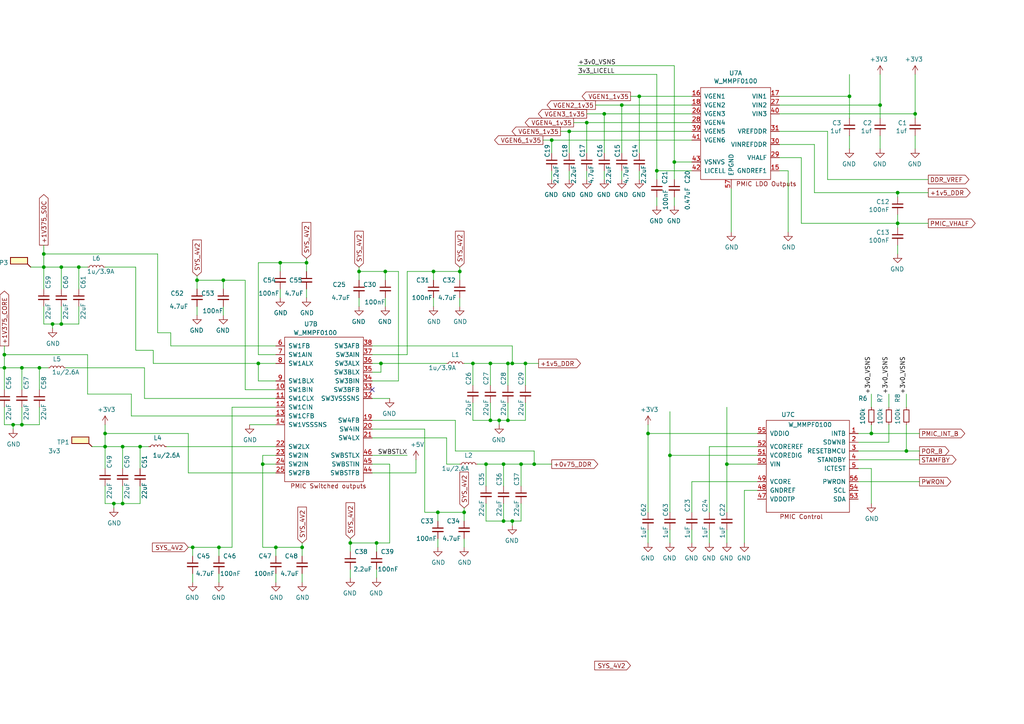
<source format=kicad_sch>
(kicad_sch (version 20211123) (generator eeschema)
  (paper "A4")
  (junction (at 185.42 27.94))
  (junction (at 55.88 158.75))
  (junction (at 187.96 125.73))
  (junction (at 190.5 49.53))
  (junction (at 30.48 129.54))
  (junction (at 104.14 78.74))
  (junction (at 88.9 76.2))
  (junction (at 125.73 78.74))
  (junction (at 194.31 132.08))
  (junction (at 142.24 105.41))
  (junction (at 57.15 81.28))
  (junction (at 265.43 33.02))
  (junction (at 175.26 33.02))
  (junction (at 30.48 125.73))
  (junction (at 35.56 146.05))
  (junction (at 419.1 123.19))
  (junction (at 40.64 129.54))
  (junction (at 63.5 158.75))
  (junction (at 142.24 121.92))
  (junction (at 33.02 146.05))
  (junction (at 22.86 77.47))
  (junction (at 15.24 93.98))
  (junction (at 17.78 77.47))
  (junction (at 165.1 38.1))
  (junction (at 137.16 105.41))
  (junction (at 133.35 78.74))
  (junction (at 110.49 105.41))
  (junction (at 246.38 27.94))
  (junction (at 411.48 123.19))
  (junction (at 101.6 157.48))
  (junction (at 1.27 102.87))
  (junction (at 127 148.59))
  (junction (at 12.7 73.66))
  (junction (at 260.35 64.77))
  (junction (at 74.93 105.41))
  (junction (at 6.35 106.68))
  (junction (at 151.13 134.62))
  (junction (at 80.01 158.75))
  (junction (at 76.2 134.62))
  (junction (at 148.59 105.41))
  (junction (at 152.4 105.41))
  (junction (at 374.65 123.19))
  (junction (at 252.73 125.73))
  (junction (at 144.78 121.92))
  (junction (at 1.27 106.68))
  (junction (at 210.82 134.62))
  (junction (at 140.97 134.62))
  (junction (at 146.05 151.13))
  (junction (at 262.89 130.81))
  (junction (at 11.43 106.68))
  (junction (at 180.34 30.48))
  (junction (at 111.76 78.74))
  (junction (at 12.7 77.47))
  (junction (at 134.62 148.59))
  (junction (at 6.35 123.19))
  (junction (at 64.77 81.28))
  (junction (at 35.56 129.54))
  (junction (at 17.78 93.98))
  (junction (at 81.28 76.2))
  (junction (at 154.94 134.62))
  (junction (at 427.99 123.19))
  (junction (at 255.27 30.48))
  (junction (at 367.03 123.19))
  (junction (at 260.35 55.88))
  (junction (at 109.22 157.48))
  (junction (at 148.59 151.13))
  (junction (at 146.05 134.62))
  (junction (at 87.63 158.75))
  (junction (at 3.81 123.19))
  (junction (at 147.32 105.41))
  (junction (at 147.32 121.92))
  (junction (at 170.18 35.56))
  (junction (at 195.58 46.99))
  (junction (at 160.02 40.64))
  (no_connect (at 107.95 113.03))
  (wire (pts (xy 74.93 102.87) (xy 74.93 76.2)))
  (wire (pts (xy 190.5 21.59) (xy 167.64 21.59)))
  (wire (pts (xy 123.19 124.46) (xy 123.19 148.59)))
  (wire (pts (xy 137.16 121.92) (xy 142.24 121.92)))
  (wire (pts (xy 88.9 76.2) (xy 81.28 76.2)))
  (wire (pts (xy 185.42 49.53) (xy 185.42 52.07)))
  (wire (pts (xy 22.86 93.98) (xy 17.78 93.98)))
  (wire (pts (xy 200.66 38.1) (xy 165.1 38.1)))
  (wire (pts (xy 127 148.59) (xy 127 151.13)))
  (wire (pts (xy 41.91 115.57) (xy 80.01 115.57)))
  (wire (pts (xy 219.71 132.08) (xy 194.31 132.08)))
  (wire (pts (xy 133.35 78.74) (xy 125.73 78.74)))
  (wire (pts (xy 137.16 111.76) (xy 137.16 105.41)))
  (wire (pts (xy 137.16 105.41) (xy 142.24 105.41)))
  (wire (pts (xy 80.01 158.75) (xy 80.01 161.29)))
  (wire (pts (xy 57.15 91.44) (xy 57.15 88.9)))
  (wire (pts (xy 226.06 41.91) (xy 236.22 41.91)))
  (wire (pts (xy 11.43 106.68) (xy 6.35 106.68)))
  (wire (pts (xy 80.01 132.08) (xy 76.2 132.08)))
  (wire (pts (xy 1.27 118.11) (xy 1.27 123.19)))
  (wire (pts (xy 76.2 132.08) (xy 76.2 134.62)))
  (wire (pts (xy 40.64 140.97) (xy 40.64 146.05)))
  (wire (pts (xy 228.6 49.53) (xy 228.6 67.31)))
  (wire (pts (xy 76.2 158.75) (xy 80.01 158.75)))
  (wire (pts (xy 248.92 139.7) (xy 266.7 139.7)))
  (wire (pts (xy 265.43 33.02) (xy 226.06 33.02)))
  (wire (pts (xy 187.96 123.19) (xy 187.96 125.73)))
  (wire (pts (xy 402.59 123.19) (xy 411.48 123.19)))
  (wire (pts (xy 35.56 140.97) (xy 35.56 146.05)))
  (wire (pts (xy 383.54 123.19) (xy 397.51 123.19)))
  (wire (pts (xy 200.66 46.99) (xy 195.58 46.99)))
  (wire (pts (xy 12.7 77.47) (xy 12.7 73.66)))
  (wire (pts (xy 172.72 30.48) (xy 180.34 30.48)))
  (wire (pts (xy 35.56 146.05) (xy 33.02 146.05)))
  (wire (pts (xy 255.27 30.48) (xy 255.27 21.59)))
  (wire (pts (xy 367.03 125.73) (xy 367.03 123.19)))
  (wire (pts (xy 260.35 55.88) (xy 269.24 55.88)))
  (wire (pts (xy 257.81 128.27) (xy 257.81 123.19)))
  (wire (pts (xy 107.95 102.87) (xy 118.11 102.87)))
  (wire (pts (xy 13.97 106.68) (xy 11.43 106.68)))
  (wire (pts (xy 252.73 125.73) (xy 252.73 123.19)))
  (wire (pts (xy 67.31 118.11) (xy 67.31 158.75)))
  (wire (pts (xy 107.95 110.49) (xy 115.57 110.49)))
  (wire (pts (xy 195.58 57.15) (xy 195.58 59.69)))
  (wire (pts (xy 170.18 35.56) (xy 166.37 35.56)))
  (wire (pts (xy 113.03 157.48) (xy 109.22 157.48)))
  (wire (pts (xy 170.18 35.56) (xy 170.18 44.45)))
  (wire (pts (xy 248.92 130.81) (xy 262.89 130.81)))
  (wire (pts (xy 187.96 125.73) (xy 187.96 148.59)))
  (wire (pts (xy 6.35 106.68) (xy 1.27 106.68)))
  (wire (pts (xy 134.62 151.13) (xy 134.62 148.59)))
  (wire (pts (xy 80.01 137.16) (xy 54.61 137.16)))
  (wire (pts (xy 12.7 83.82) (xy 12.7 77.47)))
  (wire (pts (xy 107.95 115.57) (xy 113.03 115.57)))
  (wire (pts (xy 125.73 78.74) (xy 125.73 81.28)))
  (wire (pts (xy 260.35 66.04) (xy 260.35 64.77)))
  (wire (pts (xy 57.15 83.82) (xy 57.15 81.28)))
  (wire (pts (xy 147.32 116.84) (xy 147.32 121.92)))
  (wire (pts (xy 151.13 140.97) (xy 151.13 134.62)))
  (wire (pts (xy 255.27 43.18) (xy 255.27 39.37)))
  (wire (pts (xy 40.64 129.54) (xy 35.56 129.54)))
  (wire (pts (xy 367.03 123.19) (xy 365.76 123.19)))
  (wire (pts (xy 87.63 168.91) (xy 87.63 166.37)))
  (wire (pts (xy 104.14 78.74) (xy 111.76 78.74)))
  (wire (pts (xy 115.57 78.74) (xy 115.57 110.49)))
  (wire (pts (xy 248.92 133.35) (xy 266.7 133.35)))
  (wire (pts (xy 148.59 105.41) (xy 152.4 105.41)))
  (wire (pts (xy 17.78 83.82) (xy 17.78 77.47)))
  (wire (pts (xy 160.02 40.64) (xy 160.02 44.45)))
  (wire (pts (xy 120.65 137.16) (xy 120.65 133.35)))
  (wire (pts (xy 55.88 161.29) (xy 55.88 158.75)))
  (wire (pts (xy 269.24 52.07) (xy 240.03 52.07)))
  (wire (pts (xy 64.77 81.28) (xy 64.77 83.82)))
  (wire (pts (xy 170.18 49.53) (xy 170.18 52.07)))
  (wire (pts (xy 144.78 121.92) (xy 147.32 121.92)))
  (wire (pts (xy 265.43 43.18) (xy 265.43 39.37)))
  (wire (pts (xy 187.96 157.48) (xy 187.96 153.67)))
  (wire (pts (xy 6.35 113.03) (xy 6.35 106.68)))
  (wire (pts (xy 1.27 106.68) (xy 1.27 102.87)))
  (wire (pts (xy 152.4 111.76) (xy 152.4 105.41)))
  (wire (pts (xy 64.77 81.28) (xy 71.12 81.28)))
  (wire (pts (xy 255.27 34.29) (xy 255.27 30.48)))
  (wire (pts (xy 260.35 64.77) (xy 232.41 64.77)))
  (wire (pts (xy 262.89 130.81) (xy 262.89 123.19)))
  (wire (pts (xy 252.73 135.89) (xy 252.73 146.05)))
  (wire (pts (xy 148.59 151.13) (xy 151.13 151.13)))
  (wire (pts (xy 1.27 102.87) (xy 1.27 100.33)))
  (wire (pts (xy 39.37 101.6) (xy 39.37 77.47)))
  (wire (pts (xy 38.1 120.65) (xy 38.1 114.3)))
  (wire (pts (xy 419.1 123.19) (xy 419.1 125.73)))
  (wire (pts (xy 248.92 128.27) (xy 257.81 128.27)))
  (wire (pts (xy 226.06 38.1) (xy 240.03 38.1)))
  (wire (pts (xy 236.22 41.91) (xy 236.22 55.88)))
  (wire (pts (xy 101.6 160.02) (xy 101.6 157.48)))
  (wire (pts (xy 200.66 30.48) (xy 180.34 30.48)))
  (wire (pts (xy 210.82 157.48) (xy 210.82 153.67)))
  (wire (pts (xy 142.24 111.76) (xy 142.24 105.41)))
  (wire (pts (xy 55.88 168.91) (xy 55.88 166.37)))
  (wire (pts (xy 11.43 113.03) (xy 11.43 106.68)))
  (wire (pts (xy 87.63 161.29) (xy 87.63 158.75)))
  (wire (pts (xy 12.7 88.9) (xy 12.7 93.98)))
  (wire (pts (xy 71.12 113.03) (xy 71.12 81.28)))
  (wire (pts (xy 57.15 81.28) (xy 64.77 81.28)))
  (wire (pts (xy 147.32 111.76) (xy 147.32 105.41)))
  (wire (pts (xy 25.4 114.3) (xy 25.4 102.87)))
  (wire (pts (xy 226.06 49.53) (xy 228.6 49.53)))
  (wire (pts (xy 165.1 44.45) (xy 165.1 38.1)))
  (wire (pts (xy 147.32 105.41) (xy 148.59 105.41)))
  (wire (pts (xy 88.9 76.2) (xy 88.9 74.93)))
  (wire (pts (xy 146.05 140.97) (xy 146.05 134.62)))
  (wire (pts (xy 25.4 77.47) (xy 22.86 77.47)))
  (wire (pts (xy 160.02 49.53) (xy 160.02 52.07)))
  (wire (pts (xy 104.14 78.74) (xy 104.14 77.47)))
  (wire (pts (xy 54.61 137.16) (xy 54.61 125.73)))
  (wire (pts (xy 1.27 113.03) (xy 1.27 106.68)))
  (wire (pts (xy 200.66 49.53) (xy 190.5 49.53)))
  (wire (pts (xy 12.7 77.47) (xy 8.89 77.47)))
  (wire (pts (xy 43.18 129.54) (xy 40.64 129.54)))
  (wire (pts (xy 40.64 146.05) (xy 35.56 146.05)))
  (wire (pts (xy 367.03 133.35) (xy 367.03 130.81)))
  (wire (pts (xy 44.45 101.6) (xy 39.37 101.6)))
  (wire (pts (xy 175.26 33.02) (xy 170.18 33.02)))
  (wire (pts (xy 87.63 158.75) (xy 80.01 158.75)))
  (wire (pts (xy 190.5 52.07) (xy 190.5 49.53)))
  (wire (pts (xy 200.66 35.56) (xy 170.18 35.56)))
  (wire (pts (xy 219.71 125.73) (xy 187.96 125.73)))
  (wire (pts (xy 74.93 110.49) (xy 80.01 110.49)))
  (wire (pts (xy 49.53 100.33) (xy 49.53 96.52)))
  (wire (pts (xy 19.05 106.68) (xy 41.91 106.68)))
  (wire (pts (xy 80.01 123.19) (xy 72.39 123.19)))
  (wire (pts (xy 133.35 88.9) (xy 133.35 86.36)))
  (wire (pts (xy 378.46 123.19) (xy 374.65 123.19)))
  (wire (pts (xy 148.59 100.33) (xy 148.59 105.41)))
  (wire (pts (xy 22.86 77.47) (xy 17.78 77.47)))
  (wire (pts (xy 411.48 123.19) (xy 419.1 123.19)))
  (wire (pts (xy 81.28 76.2) (xy 81.28 78.74)))
  (wire (pts (xy 185.42 27.94) (xy 182.88 27.94)))
  (wire (pts (xy 165.1 38.1) (xy 162.56 38.1)))
  (wire (pts (xy 219.71 139.7) (xy 200.66 139.7)))
  (wire (pts (xy 262.89 118.11) (xy 262.89 114.3)))
  (wire (pts (xy 180.34 49.53) (xy 180.34 52.07)))
  (wire (pts (xy 44.45 105.41) (xy 74.93 105.41)))
  (wire (pts (xy 252.73 118.11) (xy 252.73 114.3)))
  (wire (pts (xy 219.71 134.62) (xy 210.82 134.62)))
  (wire (pts (xy 25.4 114.3) (xy 38.1 114.3)))
  (wire (pts (xy 111.76 78.74) (xy 115.57 78.74)))
  (wire (pts (xy 17.78 77.47) (xy 12.7 77.47)))
  (wire (pts (xy 146.05 146.05) (xy 146.05 151.13)))
  (wire (pts (xy 101.6 157.48) (xy 101.6 156.21)))
  (wire (pts (xy 3.81 123.19) (xy 3.81 124.46)))
  (wire (pts (xy 33.02 146.05) (xy 30.48 146.05)))
  (wire (pts (xy 260.35 57.15) (xy 260.35 55.88)))
  (wire (pts (xy 88.9 78.74) (xy 88.9 76.2)))
  (wire (pts (xy 210.82 134.62) (xy 210.82 118.11)))
  (wire (pts (xy 142.24 105.41) (xy 147.32 105.41)))
  (wire (pts (xy 265.43 33.02) (xy 265.43 21.59)))
  (wire (pts (xy 63.5 158.75) (xy 63.5 161.29)))
  (wire (pts (xy 175.26 49.53) (xy 175.26 52.07)))
  (wire (pts (xy 137.16 116.84) (xy 137.16 121.92)))
  (wire (pts (xy 17.78 88.9) (xy 17.78 93.98)))
  (wire (pts (xy 133.35 78.74) (xy 133.35 77.47)))
  (wire (pts (xy 200.66 157.48) (xy 200.66 153.67)))
  (wire (pts (xy 152.4 121.92) (xy 152.4 116.84)))
  (wire (pts (xy 419.1 133.35) (xy 419.1 130.81)))
  (wire (pts (xy 200.66 148.59) (xy 200.66 139.7)))
  (wire (pts (xy 195.58 19.05) (xy 167.64 19.05)))
  (wire (pts (xy 48.26 129.54) (xy 80.01 129.54)))
  (wire (pts (xy 38.1 120.65) (xy 80.01 120.65)))
  (wire (pts (xy 246.38 27.94) (xy 246.38 21.59)))
  (wire (pts (xy 1.27 106.68) (xy -2.54 106.68)))
  (wire (pts (xy 6.35 123.19) (xy 3.81 123.19)))
  (wire (pts (xy 127 158.75) (xy 127 156.21)))
  (wire (pts (xy 111.76 88.9) (xy 111.76 86.36)))
  (wire (pts (xy 80.01 113.03) (xy 71.12 113.03)))
  (wire (pts (xy 107.95 100.33) (xy 148.59 100.33)))
  (wire (pts (xy 419.1 123.19) (xy 427.99 123.19)))
  (wire (pts (xy 195.58 52.07) (xy 195.58 46.99)))
  (wire (pts (xy 185.42 27.94) (xy 185.42 44.45)))
  (wire (pts (xy 12.7 73.66) (xy 12.7 71.12)))
  (wire (pts (xy 76.2 134.62) (xy 76.2 158.75)))
  (wire (pts (xy 134.62 158.75) (xy 134.62 156.21)))
  (wire (pts (xy 132.08 121.92) (xy 132.08 130.81)))
  (wire (pts (xy 194.31 119.38) (xy 194.31 132.08)))
  (wire (pts (xy 146.05 134.62) (xy 151.13 134.62)))
  (wire (pts (xy 194.31 132.08) (xy 194.31 148.59)))
  (wire (pts (xy 200.66 27.94) (xy 185.42 27.94)))
  (wire (pts (xy 30.48 125.73) (xy 30.48 123.19)))
  (wire (pts (xy 107.95 124.46) (xy 123.19 124.46)))
  (wire (pts (xy 74.93 105.41) (xy 74.93 110.49)))
  (wire (pts (xy 154.94 134.62) (xy 160.02 134.62)))
  (wire (pts (xy 30.48 129.54) (xy 26.67 129.54)))
  (wire (pts (xy 3.81 123.19) (xy 1.27 123.19)))
  (wire (pts (xy 22.86 88.9) (xy 22.86 93.98)))
  (wire (pts (xy 210.82 148.59) (xy 210.82 134.62)))
  (wire (pts (xy 80.01 168.91) (xy 80.01 166.37)))
  (wire (pts (xy 35.56 135.89) (xy 35.56 129.54)))
  (wire (pts (xy 81.28 86.36) (xy 81.28 83.82)))
  (wire (pts (xy 63.5 168.91) (xy 63.5 166.37)))
  (wire (pts (xy 257.81 118.11) (xy 257.81 114.3)))
  (wire (pts (xy 110.49 105.41) (xy 129.54 105.41)))
  (wire (pts (xy 15.24 93.98) (xy 12.7 93.98)))
  (wire (pts (xy 246.38 43.18) (xy 246.38 39.37)))
  (wire (pts (xy 248.92 125.73) (xy 252.73 125.73)))
  (wire (pts (xy 76.2 134.62) (xy 80.01 134.62)))
  (wire (pts (xy 101.6 167.64) (xy 101.6 165.1)))
  (wire (pts (xy 146.05 151.13) (xy 148.59 151.13)))
  (wire (pts (xy 140.97 134.62) (xy 146.05 134.62)))
  (wire (pts (xy 45.72 96.52) (xy 45.72 73.66)))
  (wire (pts (xy 151.13 134.62) (xy 154.94 134.62)))
  (wire (pts (xy 101.6 157.48) (xy 109.22 157.48)))
  (wire (pts (xy 57.15 81.28) (xy 57.15 80.01)))
  (wire (pts (xy 154.94 130.81) (xy 154.94 134.62)))
  (wire (pts (xy 80.01 118.11) (xy 67.31 118.11)))
  (wire (pts (xy 80.01 100.33) (xy 49.53 100.33)))
  (wire (pts (xy 30.48 125.73) (xy 54.61 125.73)))
  (wire (pts (xy 265.43 34.29) (xy 265.43 33.02)))
  (wire (pts (xy 123.19 148.59) (xy 127 148.59)))
  (wire (pts (xy 134.62 148.59) (xy 127 148.59)))
  (wire (pts (xy 88.9 86.36) (xy 88.9 83.82)))
  (wire (pts (xy 165.1 49.53) (xy 165.1 52.07)))
  (wire (pts (xy 133.35 81.28) (xy 133.35 78.74)))
  (wire (pts (xy 80.01 102.87) (xy 74.93 102.87)))
  (wire (pts (xy 44.45 101.6) (xy 44.45 105.41)))
  (wire (pts (xy 110.49 107.95) (xy 110.49 105.41)))
  (wire (pts (xy 107.95 107.95) (xy 110.49 107.95)))
  (wire (pts (xy 374.65 123.19) (xy 374.65 125.73)))
  (wire (pts (xy 40.64 135.89) (xy 40.64 129.54)))
  (wire (pts (xy 205.74 129.54) (xy 205.74 148.59)))
  (wire (pts (xy 129.54 134.62) (xy 133.35 134.62)))
  (wire (pts (xy 200.66 40.64) (xy 160.02 40.64)))
  (wire (pts (xy 107.95 121.92) (xy 132.08 121.92)))
  (wire (pts (xy 107.95 134.62) (xy 113.03 134.62)))
  (wire (pts (xy 132.08 130.81) (xy 154.94 130.81)))
  (wire (pts (xy 142.24 121.92) (xy 144.78 121.92)))
  (wire (pts (xy 6.35 118.11) (xy 6.35 123.19)))
  (wire (pts (xy 55.88 158.75) (xy 54.61 158.75)))
  (wire (pts (xy 260.35 71.12) (xy 260.35 73.66)))
  (wire (pts (xy 431.8 123.19) (xy 431.8 120.65)))
  (wire (pts (xy 15.24 93.98) (xy 15.24 95.25)))
  (wire (pts (xy 140.97 151.13) (xy 146.05 151.13)))
  (wire (pts (xy 240.03 38.1) (xy 240.03 52.07)))
  (wire (pts (xy 1.27 102.87) (xy 25.4 102.87)))
  (wire (pts (xy 11.43 118.11) (xy 11.43 123.19)))
  (wire (pts (xy 142.24 116.84) (xy 142.24 121.92)))
  (wire (pts (xy 226.06 45.72) (xy 232.41 45.72)))
  (wire (pts (xy 74.93 76.2) (xy 81.28 76.2)))
  (wire (pts (xy 175.26 44.45) (xy 175.26 33.02)))
  (wire (pts (xy 134.62 148.59) (xy 134.62 147.32)))
  (wire (pts (xy 232.41 45.72) (xy 232.41 64.77)))
  (wire (pts (xy 30.48 140.97) (xy 30.48 146.05)))
  (wire (pts (xy 104.14 81.28) (xy 104.14 78.74)))
  (wire (pts (xy 118.11 102.87) (xy 118.11 78.74)))
  (wire (pts (xy 147.32 121.92) (xy 152.4 121.92)))
  (wire (pts (xy 107.95 137.16) (xy 120.65 137.16)))
  (wire (pts (xy 255.27 30.48) (xy 226.06 30.48)))
  (wire (pts (xy 195.58 46.99) (xy 195.58 19.05)))
  (wire (pts (xy 205.74 129.54) (xy 219.71 129.54)))
  (wire (pts (xy 246.38 34.29) (xy 246.38 27.94)))
  (wire (pts (xy 80.01 105.41) (xy 74.93 105.41)))
  (wire (pts (xy 427.99 123.19) (xy 427.99 125.73)))
  (wire (pts (xy 30.48 129.54) (xy 30.48 125.73)))
  (wire (pts (xy 194.31 157.48) (xy 194.31 153.67)))
  (wire (pts (xy 87.63 158.75) (xy 87.63 157.48)))
  (wire (pts (xy 180.34 30.48) (xy 180.34 44.45)))
  (wire (pts (xy 260.35 64.77) (xy 260.35 62.23)))
  (wire (pts (xy 266.7 130.81) (xy 262.89 130.81)))
  (wire (pts (xy 35.56 129.54) (xy 30.48 129.54)))
  (wire (pts (xy 138.43 134.62) (xy 140.97 134.62)))
  (wire (pts (xy 55.88 158.75) (xy 63.5 158.75)))
  (wire (pts (xy 12.7 73.66) (xy 45.72 73.66)))
  (wire (pts (xy 266.7 125.73) (xy 252.73 125.73)))
  (wire (pts (xy 367.03 123.19) (xy 374.65 123.19)))
  (wire (pts (xy 236.22 55.88) (xy 260.35 55.88)))
  (wire (pts (xy 427.99 123.19) (xy 431.8 123.19)))
  (wire (pts (xy 269.24 64.77) (xy 260.35 64.77)))
  (wire (pts (xy 118.11 78.74) (xy 125.73 78.74)))
  (wire (pts (xy 427.99 133.35) (xy 427.99 130.81)))
  (wire (pts (xy 17.78 93.98) (xy 15.24 93.98)))
  (wire (pts (xy 190.5 49.53) (xy 190.5 21.59)))
  (wire (pts (xy 49.53 96.52) (xy 45.72 96.52)))
  (wire (pts (xy 140.97 140.97) (xy 140.97 134.62)))
  (wire (pts (xy 411.48 125.73) (xy 411.48 123.19)))
  (wire (pts (xy 205.74 157.48) (xy 205.74 153.67)))
  (wire (pts (xy 110.49 105.41) (xy 107.95 105.41)))
  (wire (pts (xy 67.31 158.75) (xy 63.5 158.75)))
  (wire (pts (xy 107.95 132.08) (xy 118.11 132.08)))
  (wire (pts (xy 160.02 40.64) (xy 157.48 40.64)))
  (wire (pts (xy 374.65 133.35) (xy 374.65 130.81)))
  (wire (pts (xy 248.92 135.89) (xy 252.73 135.89)))
  (wire (pts (xy 111.76 78.74) (xy 111.76 81.28)))
  (wire (pts (xy 109.22 167.64) (xy 109.22 165.1)))
  (wire (pts (xy 219.71 142.24) (xy 215.9 142.24)))
  (wire (pts (xy 212.09 67.31) (xy 212.09 54.61)))
  (wire (pts (xy 215.9 142.24) (xy 215.9 157.48)))
  (wire (pts (xy 190.5 57.15) (xy 190.5 59.69)))
  (wire (pts (xy 104.14 88.9) (xy 104.14 86.36)))
  (wire (pts (xy 411.48 133.35) (xy 411.48 130.81)))
  (wire (pts (xy 64.77 91.44) (xy 64.77 88.9)))
  (wire (pts (xy 148.59 151.13) (xy 148.59 152.4)))
  (wire (pts (xy 22.86 83.82) (xy 22.86 77.47)))
  (wire (pts (xy 30.48 135.89) (xy 30.48 129.54)))
  (wire (pts (xy 41.91 115.57) (xy 41.91 106.68)))
  (wire (pts (xy 151.13 146.05) (xy 151.13 151.13)))
  (wire (pts (xy 140.97 146.05) (xy 140.97 151.13)))
  (wire (pts (xy 134.62 105.41) (xy 137.16 105.41)))
  (wire (pts (xy 246.38 27.94) (xy 226.06 27.94)))
  (wire (pts (xy 33.02 146.05) (xy 33.02 147.32)))
  (wire (pts (xy 152.4 105.41) (xy 156.21 105.41)))
  (wire (pts (xy 11.43 123.19) (xy 6.35 123.19)))
  (wire (pts (xy 200.66 33.02) (xy 175.26 33.02)))
  (wire (pts (xy 107.95 127) (xy 129.54 127)))
  (wire (pts (xy 39.37 77.47) (xy 30.48 77.47)))
  (wire (pts (xy 113.03 134.62) (xy 113.03 157.48)))
  (wire (pts (xy 109.22 157.48) (xy 109.22 160.02)))
  (wire (pts (xy 144.78 121.92) (xy 144.78 123.19)))
  (wire (pts (xy 125.73 88.9) (xy 125.73 86.36)))
  (wire (pts (xy 129.54 127) (xy 129.54 134.62)))
  (label "+3v0_VSNS" (at 252.73 114.3 90))
  (label "SWBSTLX" (at 118.11 132.08 180))
  (label "+3v0_VSNS" (at 167.64 19.05 0))
  (label "SWBSTLX" (at 386.08 123.19 0))
  (label "+3v0_VSNS" (at 262.89 114.3 90))
  (label "3v3_LICELL" (at 167.64 21.59 0))
  (label "+3v0_VSNS" (at 257.81 114.3 90))
  (global_label "PMIC_VHALF" (shape output) (at 269.24 64.77 0) (property "Intersheet References" "${INTERSHEET_REFS}" (effects hide)))
  (global_label "+1V375_CORE" (shape output) (at 1.27 100.33 90) (property "Intersheet References" "${INTERSHEET_REFS}" (effects hide)))
  (global_label "PMIC_INT_B" (shape output) (at 266.7 125.73 0) (property "Intersheet References" "${INTERSHEET_REFS}" (effects hide)))
  (global_label "VGEN4_1v35" (shape output) (at 166.37 35.56 180) (property "Intersheet References" "${INTERSHEET_REFS}" (effects hide)))
  (global_label "DDR_VREF" (shape output) (at 269.24 52.07 0) (property "Intersheet References" "${INTERSHEET_REFS}" (effects hide)))
  (global_label "SYS_4V2" (shape input) (at 101.6 156.21 90) (property "Intersheet References" "${INTERSHEET_REFS}" (effects hide)))
  (global_label "SYS_4V2" (shape input) (at 134.62 147.32 90) (property "Intersheet References" "${INTERSHEET_REFS}" (effects hide)))
  (global_label "+1v5_DDR" (shape output) (at 269.24 55.88 0) (property "Intersheet References" "${INTERSHEET_REFS}" (effects hide)))
  (global_label "SYS_4V2" (shape input) (at 133.35 77.47 90) (property "Intersheet References" "${INTERSHEET_REFS}" (effects hide)))
  (global_label "STAMFBY" (shape output) (at 266.7 133.35 0) (property "Intersheet References" "${INTERSHEET_REFS}" (effects hide)))
  (global_label "+1v5_DDR" (shape output) (at 156.21 105.41 0) (property "Intersheet References" "${INTERSHEET_REFS}" (effects hide)))
  (global_label "VGEN3_1v35" (shape output) (at 170.18 33.02 180) (property "Intersheet References" "${INTERSHEET_REFS}" (effects hide)))
  (global_label "VGEN1_1v35" (shape output) (at 182.88 27.94 180) (property "Intersheet References" "${INTERSHEET_REFS}" (effects hide)))
  (global_label "VGEN6_1v35" (shape output) (at 157.48 40.64 180) (property "Intersheet References" "${INTERSHEET_REFS}" (effects hide)))
  (global_label "SYS_4V2" (shape input) (at 88.9 74.93 90) (property "Intersheet References" "${INTERSHEET_REFS}" (effects hide)))
  (global_label "+0v75_DDR" (shape output) (at 160.02 134.62 0) (property "Intersheet References" "${INTERSHEET_REFS}" (effects hide)))
  (global_label "SYS_4V2" (shape input) (at 87.63 157.48 90) (property "Intersheet References" "${INTERSHEET_REFS}" (effects hide)))
  (global_label "SYS_4V2" (shape input) (at 104.14 77.47 90) (property "Intersheet References" "${INTERSHEET_REFS}" (effects hide)))
  (global_label "VGEN2_1v35" (shape output) (at 172.72 30.48 180) (property "Intersheet References" "${INTERSHEET_REFS}" (effects hide)))
  (global_label "VGEN5_1v35" (shape output) (at 162.56 38.1 180) (property "Intersheet References" "${INTERSHEET_REFS}" (effects hide)))
  (global_label "+1V375_SOC" (shape output) (at 12.7 71.12 90) (property "Intersheet References" "${INTERSHEET_REFS}" (effects hide)))
  (global_label "POR_B" (shape output) (at 266.7 130.81 0) (property "Intersheet References" "${INTERSHEET_REFS}" (effects hide)))
  (global_label "SYS_4V2" (shape input) (at 182.88 193.04 180) (property "Intersheet References" "${INTERSHEET_REFS}" (effects hide)))
  (global_label "SYS_4V2" (shape input) (at 57.15 80.01 90) (property "Intersheet References" "${INTERSHEET_REFS}" (effects hide)))
  (global_label "PWRON" (shape output) (at 266.7 139.7 0) (property "Intersheet References" "${INTERSHEET_REFS}" (effects hide)))
  (global_label "SYS_4V2" (shape input) (at 54.61 158.75 180) (property "Intersheet References" "${INTERSHEET_REFS}" (effects hide)))
  (symbol (lib_id "IMXDesign-rescue:R_Small-Device") (at 252.73 120.65 0) (unit 1)
    (property "Reference" "R6" (at 248.92 115.57 0) (effects (justify left)))
    (property "Value" "100k" (at 250.19 123.19 90) (effects (justify left)))
    (property "Footprint" "Resistor_SMD:R_0402_1005Metric" (effects hide))
  )
  (symbol (lib_id "IMXDesign-rescue:R_Small-Device") (at 257.81 120.65 0) (unit 1)
    (property "Reference" "R7" (at 255.27 116.84 90) (effects (justify left)))
    (property "Value" "100k" (at 255.27 123.19 90) (effects (justify left)))
    (property "Footprint" "Resistor_SMD:R_0402_1005Metric" (effects hide))
  )
  (symbol (lib_id "IMXDesign-rescue:R_Small-Device") (at 262.89 120.65 0) (unit 1)
    (property "Reference" "R8" (at 260.35 116.84 90) (effects (justify left)))
    (property "Value" "100k" (at 260.35 123.19 90) (effects (justify left)))
    (property "Footprint" "Resistor_SMD:R_0402_1005Metric" (effects hide))
  )
  (symbol (lib_id "IMXDesign-rescue:C_Small-Device") (at 195.58 54.61 0) (unit 1)
    (property "Reference" "C20" (at 199.39 53.34 90) (effects (justify left)))
    (property "Value" "0.47uF" (at 199.39 60.96 90) (effects (justify left)))
    (property "Footprint" "Capacitor_SMD:C_0201_0603Metric" (effects hide))
  )
  (symbol (lib_id "IMXDesign-rescue:GND-power") (at 195.58 59.69 0) (mirror y) (unit 1)
    (property "Reference" "#PWR0125" (effects hide))
    (property "Value" "GND" (at 195.453 64.0842 0))
  )
  (symbol (lib_id "IMXDesign-rescue:C_Small-Device") (at 190.5 54.61 0) (unit 1)
    (property "Reference" "C21" (at 192.8368 53.4416 90) (effects (justify left)))
    (property "Value" "100nF" (at 193.04 60.96 90) (effects (justify left)))
    (property "Footprint" "Capacitor_SMD:C_0201_0603Metric" (effects hide))
  )
  (symbol (lib_id "IMXDesign-rescue:GND-power") (at 190.5 59.69 0) (mirror y) (unit 1)
    (property "Reference" "#PWR0126" (effects hide))
    (property "Value" "GND" (at 190.373 64.0842 0))
  )
  (symbol (lib_id "IMXDesign-rescue:GND-power") (at 210.82 157.48 0) (mirror y) (unit 1)
    (property "Reference" "#PWR0127" (effects hide))
    (property "Value" "GND" (at 210.693 161.8742 0))
  )
  (symbol (lib_id "IMXDesign-rescue:C_Small-Device") (at 210.82 151.13 0) (mirror y) (unit 1)
    (property "Reference" "C22" (at 209.55 149.86 90) (effects (justify left)))
    (property "Value" "1uF" (at 209.55 156.21 90) (effects (justify left)))
    (property "Footprint" "Capacitor_SMD:C_0402_1005Metric" (effects hide))
  )
  (symbol (lib_id "IMXDesign-rescue:GND-power") (at 215.9 157.48 0) (mirror y) (unit 1)
    (property "Reference" "#PWR0128" (effects hide))
    (property "Value" "GND" (at 215.773 161.8742 0))
  )
  (symbol (lib_id "IMXDesign-rescue:GND-power") (at 205.74 157.48 0) (mirror y) (unit 1)
    (property "Reference" "#PWR0129" (effects hide))
    (property "Value" "GND" (at 205.613 161.8742 0))
  )
  (symbol (lib_id "IMXDesign-rescue:C_Small-Device") (at 205.74 151.13 0) (mirror y) (unit 1)
    (property "Reference" "C24" (at 204.47 148.59 90) (effects (justify left)))
    (property "Value" "1uF" (at 204.47 156.21 90) (effects (justify left)))
    (property "Footprint" "Capacitor_SMD:C_0402_1005Metric" (effects hide))
  )
  (symbol (lib_id "IMXDesign-rescue:GND-power") (at 200.66 157.48 0) (mirror y) (unit 1)
    (property "Reference" "#PWR0130" (effects hide))
    (property "Value" "GND" (at 200.533 161.8742 0))
  )
  (symbol (lib_id "IMXDesign-rescue:C_Small-Device") (at 200.66 151.13 0) (mirror y) (unit 1)
    (property "Reference" "C23" (at 199.39 148.59 90) (effects (justify left)))
    (property "Value" "1uF" (at 199.39 156.21 90) (effects (justify left)))
    (property "Footprint" "Capacitor_SMD:C_0402_1005Metric" (effects hide))
  )
  (symbol (lib_id "IMXDesign-rescue:GND-power") (at 113.03 115.57 0) (mirror y) (unit 1)
    (property "Reference" "#PWR0131" (effects hide))
    (property "Value" "GND" (at 112.903 119.9642 0))
  )
  (symbol (lib_id "IMXDesign-rescue:C_Small-Device") (at 104.14 83.82 0) (mirror y) (unit 1)
    (property "Reference" "C25" (at 100.33 82.55 0) (effects (justify left)))
    (property "Value" "4.7uF" (at 101.6 86.36 0) (effects (justify left)))
    (property "Footprint" "Capacitor_SMD:C_0402_1005Metric" (effects hide))
  )
  (symbol (lib_id "IMXDesign-rescue:GND-power") (at 104.14 88.9 0) (mirror y) (unit 1)
    (property "Reference" "#PWR0132" (effects hide))
    (property "Value" "GND" (at 104.013 93.2942 0))
  )
  (symbol (lib_id "IMXDesign-rescue:L_Small-Device") (at 132.08 105.41 90) (unit 1)
    (property "Reference" "L1" (at 132.08 102.87 90))
    (property "Value" "1u/3.9A" (at 128.27 106.68 90))
    (property "Footprint" "Inductor_SMD:L_Vishay_IHLP-1212" (effects hide))
  )
  (symbol (lib_id "IMXDesign-rescue:C_Small-Device") (at 137.16 114.3 0) (mirror y) (unit 1)
    (property "Reference" "C26" (at 135.89 111.76 90) (effects (justify left)))
    (property "Value" "22uF" (at 135.89 120.65 90) (effects (justify left)))
    (property "Footprint" "Capacitor_SMD:C_0603_1608Metric" (effects hide))
  )
  (symbol (lib_id "IMXDesign-rescue:C_Small-Device") (at 142.24 114.3 0) (mirror y) (unit 1)
    (property "Reference" "C27" (at 140.97 111.76 90) (effects (justify left)))
    (property "Value" "22uF" (at 140.97 120.65 90) (effects (justify left)))
    (property "Footprint" "Capacitor_SMD:C_0603_1608Metric" (effects hide))
  )
  (symbol (lib_id "IMXDesign-rescue:C_Small-Device") (at 147.32 114.3 0) (mirror y) (unit 1)
    (property "Reference" "C28" (at 146.05 111.76 90) (effects (justify left)))
    (property "Value" "22uF" (at 146.05 120.65 90) (effects (justify left)))
    (property "Footprint" "Capacitor_SMD:C_0603_1608Metric" (effects hide))
  )
  (symbol (lib_id "IMXDesign-rescue:C_Small-Device") (at 152.4 114.3 0) (mirror y) (unit 1)
    (property "Reference" "C29" (at 151.13 111.76 90) (effects (justify left)))
    (property "Value" "22uF" (at 151.13 120.65 90) (effects (justify left)))
    (property "Footprint" "Capacitor_SMD:C_0603_1608Metric" (effects hide))
  )
  (symbol (lib_id "IMXDesign-rescue:W_MMPF0100-William_IMX6QP") (at 214.63 31.75 0) (unit 1)
    (property "Reference" "U7" (at 213.36 21.209 0))
    (property "Value" "W_MMPF0100" (at 213.36 23.5204 0))
    (property "Footprint" "IMX6QP:QFN50P800X800X100-57N" (effects hide))
  )
  (symbol (lib_id "IMXDesign-rescue:W_MMPF0100-William_IMX6QP") (at 232.41 128.27 0) (unit 3)
    (property "Reference" "U7" (at 228.6 120.269 0))
    (property "Value" "W_MMPF0100" (at 234.95 123.19 0))
    (property "Footprint" "IMX6QP:QFN50P800X800X100-57N" (effects hide))
  )
  (symbol (lib_id "IMXDesign-rescue:W_MMPF0100-William_IMX6QP") (at 97.79 101.6 0) (unit 2)
    (property "Reference" "U7" (at 90.17 93.98 0))
    (property "Value" "W_MMPF0100" (at 91.44 96.52 0))
    (property "Footprint" "IMX6QP:QFN50P800X800X100-57N" (effects hide))
  )
  (symbol (lib_id "IMXDesign-rescue:GND-power") (at 144.78 123.19 0) (mirror y) (unit 1)
    (property "Reference" "#PWR0133" (effects hide))
    (property "Value" "GND" (at 144.653 127.5842 0))
  )
  (symbol (lib_id "IMXDesign-rescue:C_Small-Device") (at 265.43 36.83 0) (mirror y) (unit 1)
    (property "Reference" "C1" (at 263.0932 35.6616 0) (effects (justify left)))
    (property "Value" "1uf" (at 263.0932 37.973 0) (effects (justify left)))
    (property "Footprint" "Capacitor_SMD:C_0402_1005Metric" (effects hide))
  )
  (symbol (lib_id "IMXDesign-rescue:C_Small-Device") (at 255.27 36.83 0) (mirror y) (unit 1)
    (property "Reference" "C2" (at 252.9332 35.6616 0) (effects (justify left)))
    (property "Value" "1uf" (at 252.9332 37.973 0) (effects (justify left)))
    (property "Footprint" "Capacitor_SMD:C_0402_1005Metric" (effects hide))
  )
  (symbol (lib_id "IMXDesign-rescue:C_Small-Device") (at 246.38 36.83 0) (mirror y) (unit 1)
    (property "Reference" "C3" (at 244.0432 35.6616 0) (effects (justify left)))
    (property "Value" "1uf" (at 244.0432 37.973 0) (effects (justify left)))
    (property "Footprint" "Capacitor_SMD:C_0402_1005Metric" (effects hide))
  )
  (symbol (lib_id "IMXDesign-rescue:GND-power") (at 265.43 43.18 0) (mirror y) (unit 1)
    (property "Reference" "#PWR0105" (effects hide))
    (property "Value" "GND" (at 265.303 47.5742 0))
  )
  (symbol (lib_id "IMXDesign-rescue:GND-power") (at 255.27 43.18 0) (mirror y) (unit 1)
    (property "Reference" "#PWR0106" (effects hide))
    (property "Value" "GND" (at 255.143 47.5742 0))
  )
  (symbol (lib_id "IMXDesign-rescue:GND-power") (at 246.38 43.18 0) (mirror y) (unit 1)
    (property "Reference" "#PWR0107" (effects hide))
    (property "Value" "GND" (at 246.253 47.5742 0))
  )
  (symbol (lib_id "IMXDesign-rescue:+3V3-power") (at 265.43 21.59 0) (mirror y) (unit 1)
    (property "Reference" "#PWR0108" (effects hide))
    (property "Value" "+3V3" (at 265.049 17.1958 0))
  )
  (symbol (lib_id "IMXDesign-rescue:+3V3-power") (at 255.27 21.59 0) (mirror y) (unit 1)
    (property "Reference" "#PWR0109" (effects hide))
    (property "Value" "+3V3" (at 254.889 17.1958 0))
  )
  (symbol (lib_id "IMXDesign-rescue:C_Small-Device") (at 111.76 83.82 0) (mirror y) (unit 1)
    (property "Reference" "C30" (at 109.22 82.55 0) (effects (justify left)))
    (property "Value" "100nF" (at 111.76 87.63 0) (effects (justify left)))
    (property "Footprint" "Capacitor_SMD:C_0201_0603Metric" (effects hide))
  )
  (symbol (lib_id "IMXDesign-rescue:GND-power") (at 111.76 88.9 0) (mirror y) (unit 1)
    (property "Reference" "#PWR0134" (effects hide))
    (property "Value" "GND" (at 111.633 93.2942 0))
  )
  (symbol (lib_id "IMXDesign-rescue:C_Small-Device") (at 133.35 83.82 0) (unit 1)
    (property "Reference" "C32" (at 128.27 81.28 0) (effects (justify left)))
    (property "Value" "4.7uF" (at 127 86.36 0) (effects (justify left)))
    (property "Footprint" "Capacitor_SMD:C_0402_1005Metric" (effects hide))
  )
  (symbol (lib_id "IMXDesign-rescue:GND-power") (at 133.35 88.9 0) (unit 1)
    (property "Reference" "#PWR0135" (effects hide))
    (property "Value" "GND" (at 133.477 93.2942 0))
  )
  (symbol (lib_id "IMXDesign-rescue:C_Small-Device") (at 125.73 83.82 0) (unit 1)
    (property "Reference" "C31" (at 120.65 81.28 0) (effects (justify left)))
    (property "Value" "100nF" (at 119.38 86.36 0) (effects (justify left)))
    (property "Footprint" "Capacitor_SMD:C_0201_0603Metric" (effects hide))
  )
  (symbol (lib_id "IMXDesign-rescue:GND-power") (at 125.73 88.9 0) (unit 1)
    (property "Reference" "#PWR0136" (effects hide))
    (property "Value" "GND" (at 125.857 93.2942 0))
  )
  (symbol (lib_id "IMXDesign-rescue:L_Small-Device") (at 135.89 134.62 90) (unit 1)
    (property "Reference" "L2" (at 135.89 132.08 90))
    (property "Value" "1u/2.6A" (at 132.08 135.89 90))
    (property "Footprint" "Inductor_SMD:L_TDK_NLV25_2.5x2.0mm" (effects hide))
  )
  (symbol (lib_id "IMXDesign-rescue:C_Small-Device") (at 140.97 143.51 0) (mirror y) (unit 1)
    (property "Reference" "C35" (at 139.7 140.97 90) (effects (justify left)))
    (property "Value" "22uF" (at 139.7 149.86 90) (effects (justify left)))
    (property "Footprint" "Capacitor_SMD:C_0603_1608Metric" (effects hide))
  )
  (symbol (lib_id "IMXDesign-rescue:C_Small-Device") (at 146.05 143.51 0) (mirror y) (unit 1)
    (property "Reference" "C36" (at 144.78 140.97 90) (effects (justify left)))
    (property "Value" "22uF" (at 144.78 149.86 90) (effects (justify left)))
    (property "Footprint" "Capacitor_SMD:C_0603_1608Metric" (effects hide))
  )
  (symbol (lib_id "IMXDesign-rescue:C_Small-Device") (at 151.13 143.51 0) (mirror y) (unit 1)
    (property "Reference" "C37" (at 149.86 140.97 90) (effects (justify left)))
    (property "Value" "22uF" (at 149.86 149.86 90) (effects (justify left)))
    (property "Footprint" "Capacitor_SMD:C_0603_1608Metric" (effects hide))
  )
  (symbol (lib_id "IMXDesign-rescue:GND-power") (at 148.59 152.4 0) (mirror y) (unit 1)
    (property "Reference" "#PWR0137" (effects hide))
    (property "Value" "GND" (at 148.463 156.7942 0))
  )
  (symbol (lib_id "IMXDesign-rescue:C_Small-Device") (at 134.62 153.67 0) (unit 1)
    (property "Reference" "C34" (at 129.54 151.13 0) (effects (justify left)))
    (property "Value" "4.7uF" (at 128.27 156.21 0) (effects (justify left)))
    (property "Footprint" "Capacitor_SMD:C_0402_1005Metric" (effects hide))
  )
  (symbol (lib_id "IMXDesign-rescue:GND-power") (at 134.62 158.75 0) (unit 1)
    (property "Reference" "#PWR0138" (effects hide))
    (property "Value" "GND" (at 134.747 163.1442 0))
  )
  (symbol (lib_id "IMXDesign-rescue:C_Small-Device") (at 127 153.67 0) (unit 1)
    (property "Reference" "C33" (at 121.92 151.13 0) (effects (justify left)))
    (property "Value" "100nF" (at 120.65 156.21 0) (effects (justify left)))
    (property "Footprint" "Capacitor_SMD:C_0201_0603Metric" (effects hide))
  )
  (symbol (lib_id "IMXDesign-rescue:GND-power") (at 127 158.75 0) (unit 1)
    (property "Reference" "#PWR0139" (effects hide))
    (property "Value" "GND" (at 127.127 163.1442 0))
  )
  (symbol (lib_id "IMXDesign-rescue:C_Small-Device") (at 260.35 59.69 0) (mirror y) (unit 1)
    (property "Reference" "C12" (at 258.0132 58.5216 0) (effects (justify left)))
    (property "Value" "100nF" (at 258.0132 60.833 0) (effects (justify left)))
    (property "Footprint" "Capacitor_SMD:C_0201_0603Metric" (effects hide))
  )
  (symbol (lib_id "IMXDesign-rescue:C_Small-Device") (at 260.35 68.58 0) (mirror y) (unit 1)
    (property "Reference" "C13" (at 258.0132 67.4116 0) (effects (justify left)))
    (property "Value" "100nF" (at 258.0132 69.723 0) (effects (justify left)))
    (property "Footprint" "Capacitor_SMD:C_0201_0603Metric" (effects hide))
  )
  (symbol (lib_id "IMXDesign-rescue:GND-power") (at 260.35 73.66 0) (mirror y) (unit 1)
    (property "Reference" "#PWR0118" (effects hide))
    (property "Value" "GND" (at 260.223 78.0542 0))
  )
  (symbol (lib_id "IMXDesign-rescue:GND-power") (at 109.22 167.64 0) (mirror y) (unit 1)
    (property "Reference" "#PWR0140" (effects hide))
    (property "Value" "GND" (at 109.093 172.0342 0))
  )
  (symbol (lib_id "IMXDesign-rescue:C_Small-Device") (at 109.22 162.56 0) (mirror y) (unit 1)
    (property "Reference" "C39" (at 114.3 160.02 0) (effects (justify left)))
    (property "Value" "100nF" (at 115.57 165.1 0) (effects (justify left)))
    (property "Footprint" "Capacitor_SMD:C_0201_0603Metric" (effects hide))
  )
  (symbol (lib_id "IMXDesign-rescue:GND-power") (at 101.6 167.64 0) (mirror y) (unit 1)
    (property "Reference" "#PWR0141" (effects hide))
    (property "Value" "GND" (at 101.473 172.0342 0))
  )
  (symbol (lib_id "IMXDesign-rescue:C_Small-Device") (at 101.6 162.56 0) (mirror y) (unit 1)
    (property "Reference" "C38" (at 106.68 160.02 0) (effects (justify left)))
    (property "Value" "2.2uF" (at 107.95 165.1 0) (effects (justify left)))
    (property "Footprint" "Capacitor_SMD:C_0402_1005Metric" (effects hide))
  )
  (symbol (lib_id "IMXDesign-rescue:+5V-power") (at 120.65 133.35 0) (unit 1)
    (property "Reference" "#PWR0142" (effects hide))
    (property "Value" "+5V" (at 121.031 128.9558 0))
  )
  (symbol (lib_id "IMXDesign-rescue:GND-power") (at 374.65 133.35 0) (mirror y) (unit 1)
    (property "Reference" "#PWR0144" (effects hide))
    (property "Value" "GND" (at 374.523 137.7442 0))
  )
  (symbol (lib_id "IMXDesign-rescue:C_Small-Device") (at 374.65 128.27 0) (mirror y) (unit 1)
    (property "Reference" "C41" (at 379.73 125.73 0) (effects (justify left)))
    (property "Value" "100nF" (at 381 130.81 0) (effects (justify left)))
    (property "Footprint" "Capacitor_SMD:C_0201_0603Metric" (effects hide))
  )
  (symbol (lib_id "IMXDesign-rescue:GND-power") (at 367.03 133.35 0) (mirror y) (unit 1)
    (property "Reference" "#PWR0143" (effects hide))
    (property "Value" "GND" (at 366.903 137.7442 0))
  )
  (symbol (lib_id "IMXDesign-rescue:C_Small-Device") (at 367.03 128.27 0) (mirror y) (unit 1)
    (property "Reference" "C40" (at 372.11 125.73 0) (effects (justify left)))
    (property "Value" "4.7uF" (at 373.38 130.81 0) (effects (justify left)))
    (property "Footprint" "Capacitor_SMD:C_0402_1005Metric" (effects hide))
  )
  (symbol (lib_id "IMXDesign-rescue:L_Core_Ferrite_Small-Device") (at 381 123.19 90) (unit 1)
    (property "Reference" "L3" (at 381 117.983 90))
    (property "Value" "2.2uH" (at 381 120.2944 90))
    (property "Footprint" "Inductor_SMD:L_Taiyo-Yuden_NR-20xx" (effects hide))
  )
  (symbol (lib_id "IMXDesign-rescue:C_Small-Device") (at 185.42 46.99 0) (mirror y) (unit 1)
    (property "Reference" "C14" (at 184.15 45.72 90) (effects (justify left)))
    (property "Value" "2.2uF" (at 186.69 53.34 90) (effects (justify left)))
    (property "Footprint" "Capacitor_SMD:C_0201_0603Metric" (effects hide))
  )
  (symbol (lib_id "IMXDesign-rescue:GND-power") (at 185.42 52.07 0) (mirror y) (unit 1)
    (property "Reference" "#PWR0119" (effects hide))
    (property "Value" "GND" (at 185.293 56.4642 0))
  )
  (symbol (lib_id "IMXDesign-rescue:C_Small-Device") (at 180.34 46.99 0) (mirror y) (unit 1)
    (property "Reference" "C15" (at 179.07 45.72 90) (effects (justify left)))
    (property "Value" "4.7uF" (at 181.61 53.34 90) (effects (justify left)))
    (property "Footprint" "Capacitor_SMD:C_0402_1005Metric" (effects hide))
  )
  (symbol (lib_id "IMXDesign-rescue:GND-power") (at 180.34 52.07 0) (mirror y) (unit 1)
    (property "Reference" "#PWR0120" (effects hide))
    (property "Value" "GND" (at 180.213 56.4642 0))
  )
  (symbol (lib_id "IMXDesign-rescue:C_Small-Device") (at 175.26 46.99 0) (mirror y) (unit 1)
    (property "Reference" "C16" (at 173.99 45.72 90) (effects (justify left)))
    (property "Value" "2.2uF" (at 176.53 53.34 90) (effects (justify left)))
    (property "Footprint" "Capacitor_SMD:C_0201_0603Metric" (effects hide))
  )
  (symbol (lib_id "IMXDesign-rescue:GND-power") (at 175.26 52.07 0) (mirror y) (unit 1)
    (property "Reference" "#PWR0121" (effects hide))
    (property "Value" "GND" (at 175.133 56.4642 0))
  )
  (symbol (lib_id "IMXDesign-rescue:C_Small-Device") (at 170.18 46.99 0) (mirror y) (unit 1)
    (property "Reference" "C17" (at 168.91 45.72 90) (effects (justify left)))
    (property "Value" "4.7uF" (at 171.45 53.34 90) (effects (justify left)))
    (property "Footprint" "Capacitor_SMD:C_0402_1005Metric" (effects hide))
  )
  (symbol (lib_id "IMXDesign-rescue:GND-power") (at 170.18 52.07 0) (mirror y) (unit 1)
    (property "Reference" "#PWR0122" (effects hide))
    (property "Value" "GND" (at 170.053 56.4642 0))
  )
  (symbol (lib_id "IMXDesign-rescue:C_Small-Device") (at 165.1 46.99 0) (mirror y) (unit 1)
    (property "Reference" "C18" (at 163.83 45.72 90) (effects (justify left)))
    (property "Value" "2.2uF" (at 166.37 53.34 90) (effects (justify left)))
    (property "Footprint" "Capacitor_SMD:C_0201_0603Metric" (effects hide))
  )
  (symbol (lib_id "IMXDesign-rescue:GND-power") (at 165.1 52.07 0) (mirror y) (unit 1)
    (property "Reference" "#PWR0123" (effects hide))
    (property "Value" "GND" (at 164.973 56.4642 0))
  )
  (symbol (lib_id "IMXDesign-rescue:C_Small-Device") (at 160.02 46.99 0) (mirror y) (unit 1)
    (property "Reference" "C19" (at 158.75 45.72 90) (effects (justify left)))
    (property "Value" "2.2uF" (at 161.29 53.34 90) (effects (justify left)))
    (property "Footprint" "Capacitor_SMD:C_0201_0603Metric" (effects hide))
  )
  (symbol (lib_id "IMXDesign-rescue:GND-power") (at 160.02 52.07 0) (mirror y) (unit 1)
    (property "Reference" "#PWR0124" (effects hide))
    (property "Value" "GND" (at 159.893 56.4642 0))
  )
  (symbol (lib_id "IMXDesign-rescue:C_Small-Device") (at 411.48 128.27 0) (mirror y) (unit 1)
    (property "Reference" "C42" (at 416.56 125.73 0) (effects (justify left)))
    (property "Value" "10nF" (at 417.83 130.81 0) (effects (justify left)))
    (property "Footprint" "Capacitor_SMD:C_0201_0603Metric" (effects hide))
  )
  (symbol (lib_id "IMXDesign-rescue:GND-power") (at 411.48 133.35 0) (mirror y) (unit 1)
    (property "Reference" "#PWR0145" (effects hide))
    (property "Value" "GND" (at 411.353 137.7442 0))
  )
  (symbol (lib_id "IMXDesign-rescue:C_Small-Device") (at 419.1 128.27 0) (mirror y) (unit 1)
    (property "Reference" "C43" (at 424.18 125.73 0) (effects (justify left)))
    (property "Value" "22uF" (at 425.45 130.81 0) (effects (justify left)))
    (property "Footprint" "Capacitor_SMD:C_0201_0603Metric" (effects hide))
  )
  (symbol (lib_id "IMXDesign-rescue:GND-power") (at 419.1 133.35 0) (mirror y) (unit 1)
    (property "Reference" "#PWR0146" (effects hide))
    (property "Value" "GND" (at 418.973 137.7442 0))
  )
  (symbol (lib_id "IMXDesign-rescue:C_Small-Device") (at 427.99 128.27 0) (mirror y) (unit 1)
    (property "Reference" "C44" (at 433.07 125.73 0) (effects (justify left)))
    (property "Value" "22uF" (at 434.34 130.81 0) (effects (justify left)))
    (property "Footprint" "Capacitor_SMD:C_0201_0603Metric" (effects hide))
  )
  (symbol (lib_id "IMXDesign-rescue:GND-power") (at 427.99 133.35 0) (mirror y) (unit 1)
    (property "Reference" "#PWR0147" (effects hide))
    (property "Value" "GND" (at 427.863 137.7442 0))
  )
  (symbol (lib_id "IMXDesign-rescue:+5V-power") (at 431.8 120.65 0) (unit 1)
    (property "Reference" "#PWR0148" (effects hide))
    (property "Value" "+5V" (at 432.181 116.2558 0))
  )
  (symbol (lib_id "IMXDesign-rescue:D_Schottky_Small-Device") (at 400.05 123.19 180) (unit 1)
    (property "Reference" "D1" (at 403.86 120.65 0))
    (property "Value" "MBR140SFT1G" (at 400.05 125.73 0))
    (property "Footprint" "Diode_SMD:D_SOD-123" (effects hide))
  )
  (symbol (lib_id "IMXDesign-rescue:GND-power") (at 80.01 168.91 0) (unit 1)
    (property "Reference" "#PWR0149" (effects hide))
    (property "Value" "GND" (at 80.137 173.3042 0))
  )
  (symbol (lib_id "IMXDesign-rescue:C_Small-Device") (at 80.01 163.83 0) (unit 1)
    (property "Reference" "C47" (at 74.93 161.29 0) (effects (justify left)))
    (property "Value" "100nF" (at 73.66 166.37 0) (effects (justify left)))
    (property "Footprint" "Capacitor_SMD:C_0201_0603Metric" (effects hide))
  )
  (symbol (lib_id "IMXDesign-rescue:GND-power") (at 87.63 168.91 0) (unit 1)
    (property "Reference" "#PWR0150" (effects hide))
    (property "Value" "GND" (at 87.757 173.3042 0))
  )
  (symbol (lib_id "IMXDesign-rescue:C_Small-Device") (at 87.63 163.83 0) (unit 1)
    (property "Reference" "C48" (at 82.55 161.29 0) (effects (justify left)))
    (property "Value" "4.7uF" (at 81.28 166.37 0) (effects (justify left)))
    (property "Footprint" "Capacitor_SMD:C_0402_1005Metric" (effects hide))
  )
  (symbol (lib_id "IMXDesign-rescue:GND-power") (at 63.5 168.91 0) (mirror y) (unit 1)
    (property "Reference" "#PWR0151" (effects hide))
    (property "Value" "GND" (at 63.373 173.3042 0))
  )
  (symbol (lib_id "IMXDesign-rescue:C_Small-Device") (at 63.5 163.83 0) (mirror y) (unit 1)
    (property "Reference" "C46" (at 68.58 161.29 0) (effects (justify left)))
    (property "Value" "100nF" (at 69.85 166.37 0) (effects (justify left)))
    (property "Footprint" "Capacitor_SMD:C_0201_0603Metric" (effects hide))
  )
  (symbol (lib_id "IMXDesign-rescue:GND-power") (at 55.88 168.91 0) (mirror y) (unit 1)
    (property "Reference" "#PWR0152" (effects hide))
    (property "Value" "GND" (at 55.753 173.3042 0))
  )
  (symbol (lib_id "IMXDesign-rescue:C_Small-Device") (at 55.88 163.83 0) (mirror y) (unit 1)
    (property "Reference" "C45" (at 60.96 161.29 0) (effects (justify left)))
    (property "Value" "4.7uF" (at 62.23 166.37 0) (effects (justify left)))
    (property "Footprint" "Capacitor_SMD:C_0402_1005Metric" (effects hide))
  )
  (symbol (lib_id "IMXDesign-rescue:GND-power") (at 72.39 123.19 0) (unit 1)
    (property "Reference" "#PWR0153" (effects hide))
    (property "Value" "GND" (at 72.517 127.5842 0))
  )
  (symbol (lib_id "IMXDesign-rescue:GND-power") (at 33.02 147.32 0) (unit 1)
    (property "Reference" "#PWR0154" (effects hide))
    (property "Value" "GND" (at 33.147 151.7142 0))
  )
  (symbol (lib_id "IMXDesign-rescue:C_Small-Device") (at 30.48 138.43 0) (unit 1)
    (property "Reference" "C49" (at 31.75 135.89 90) (effects (justify left)))
    (property "Value" "22uF" (at 31.75 144.78 90) (effects (justify left)))
    (property "Footprint" "Capacitor_SMD:C_0603_1608Metric" (effects hide))
  )
  (symbol (lib_id "IMXDesign-rescue:C_Small-Device") (at 35.56 138.43 0) (unit 1)
    (property "Reference" "C50" (at 36.83 135.89 90) (effects (justify left)))
    (property "Value" "22uF" (at 36.83 144.78 90) (effects (justify left)))
    (property "Footprint" "Capacitor_SMD:C_0603_1608Metric" (effects hide))
  )
  (symbol (lib_id "IMXDesign-rescue:C_Small-Device") (at 40.64 138.43 0) (unit 1)
    (property "Reference" "C51" (at 41.91 135.89 90) (effects (justify left)))
    (property "Value" "22uF" (at 41.91 144.78 90) (effects (justify left)))
    (property "Footprint" "Capacitor_SMD:C_0603_1608Metric" (effects hide))
  )
  (symbol (lib_id "IMXDesign-rescue:L_Small-Device") (at 45.72 129.54 270) (mirror x) (unit 1)
    (property "Reference" "L4" (at 45.72 127 90))
    (property "Value" "1u/2.6A" (at 48.26 132.08 90))
    (property "Footprint" "Inductor_SMD:L_TDK_NLV25_2.5x2.0mm" (effects hide))
  )
  (symbol (lib_id "IMXDesign-rescue:+3V3-power") (at 30.48 123.19 0) (unit 1)
    (property "Reference" "#PWR0155" (effects hide))
    (property "Value" "+3V3" (at 30.861 118.7958 0))
  )
  (symbol (lib_id "IMXDesign-rescue:TestPoint_Flag-Connector") (at 26.67 129.54 0) (mirror y) (unit 1)
    (property "Reference" "TP1" (at 16.51 128.27 0) (effects (justify right)))
    (property "Value" "3v3" (at 13.97 130.81 0) (effects (justify right)))
    (property "Footprint" "TestPoint:TestPoint_Pad_1.0x1.0mm" (effects hide))
  )
  (symbol (lib_id "IMXDesign-rescue:GND-power") (at 64.77 91.44 0) (mirror y) (unit 1)
    (property "Reference" "#PWR0156" (effects hide))
    (property "Value" "GND" (at 64.643 95.8342 0))
  )
  (symbol (lib_id "IMXDesign-rescue:C_Small-Device") (at 64.77 86.36 0) (mirror y) (unit 1)
    (property "Reference" "C53" (at 62.23 85.09 0) (effects (justify left)))
    (property "Value" "100nF" (at 64.77 90.17 0) (effects (justify left)))
    (property "Footprint" "Capacitor_SMD:C_0201_0603Metric" (effects hide))
  )
  (symbol (lib_id "IMXDesign-rescue:GND-power") (at 57.15 91.44 0) (mirror y) (unit 1)
    (property "Reference" "#PWR0157" (effects hide))
    (property "Value" "GND" (at 57.023 95.8342 0))
  )
  (symbol (lib_id "IMXDesign-rescue:C_Small-Device") (at 57.15 86.36 0) (mirror y) (unit 1)
    (property "Reference" "C52" (at 53.34 85.09 0) (effects (justify left)))
    (property "Value" "4.7uF" (at 54.61 88.9 0) (effects (justify left)))
    (property "Footprint" "Capacitor_SMD:C_0402_1005Metric" (effects hide))
  )
  (symbol (lib_id "IMXDesign-rescue:GND-power") (at 81.28 86.36 0) (unit 1)
    (property "Reference" "#PWR0158" (effects hide))
    (property "Value" "GND" (at 81.407 90.7542 0))
  )
  (symbol (lib_id "IMXDesign-rescue:C_Small-Device") (at 81.28 81.28 0) (unit 1)
    (property "Reference" "C54" (at 76.2 81.28 0) (effects (justify left)))
    (property "Value" "100nF" (at 74.93 85.09 0) (effects (justify left)))
    (property "Footprint" "Capacitor_SMD:C_0201_0603Metric" (effects hide))
  )
  (symbol (lib_id "IMXDesign-rescue:GND-power") (at 88.9 86.36 0) (unit 1)
    (property "Reference" "#PWR0159" (effects hide))
    (property "Value" "GND" (at 89.027 90.7542 0))
  )
  (symbol (lib_id "IMXDesign-rescue:C_Small-Device") (at 88.9 81.28 0) (unit 1)
    (property "Reference" "C55" (at 83.82 81.28 0) (effects (justify left)))
    (property "Value" "4.7uF" (at 82.55 85.09 0) (effects (justify left)))
    (property "Footprint" "Capacitor_SMD:C_0402_1005Metric" (effects hide))
  )
  (symbol (lib_id "IMXDesign-rescue:GND-power") (at 3.81 124.46 0) (unit 1)
    (property "Reference" "#PWR0160" (effects hide))
    (property "Value" "GND" (at 3.937 128.8542 0))
  )
  (symbol (lib_id "IMXDesign-rescue:C_Small-Device") (at 1.27 115.57 0) (unit 1)
    (property "Reference" "C56" (at 2.54 113.03 90) (effects (justify left)))
    (property "Value" "22uF" (at 2.54 121.92 90) (effects (justify left)))
    (property "Footprint" "Capacitor_SMD:C_0603_1608Metric" (effects hide))
  )
  (symbol (lib_id "IMXDesign-rescue:C_Small-Device") (at 6.35 115.57 0) (unit 1)
    (property "Reference" "C57" (at 7.62 113.03 90) (effects (justify left)))
    (property "Value" "22uF" (at 7.62 121.92 90) (effects (justify left)))
    (property "Footprint" "Capacitor_SMD:C_0603_1608Metric" (effects hide))
  )
  (symbol (lib_id "IMXDesign-rescue:C_Small-Device") (at 11.43 115.57 0) (unit 1)
    (property "Reference" "C58" (at 12.7 113.03 90) (effects (justify left)))
    (property "Value" "22uF" (at 12.7 121.92 90) (effects (justify left)))
    (property "Footprint" "Capacitor_SMD:C_0603_1608Metric" (effects hide))
  )
  (symbol (lib_id "IMXDesign-rescue:L_Small-Device") (at 16.51 106.68 270) (mirror x) (unit 1)
    (property "Reference" "L5" (at 16.51 104.14 90))
    (property "Value" "1u/2.6A" (at 19.05 107.95 90))
    (property "Footprint" "Inductor_SMD:L_TDK_NLV25_2.5x2.0mm" (effects hide))
  )
  (symbol (lib_id "IMXDesign-rescue:TestPoint_Flag-Connector") (at -2.54 106.68 0) (mirror y) (unit 1)
    (property "Reference" "TP2" (at -12.7 105.41 0) (effects (justify right)))
    (property "Value" "1v375" (at -8.89 107.95 0) (effects (justify right)))
    (property "Footprint" "TestPoint:TestPoint_Pad_1.0x1.0mm" (effects hide))
  )
  (symbol (lib_id "IMXDesign-rescue:GND-power") (at 15.24 95.25 0) (unit 1)
    (property "Reference" "#PWR0161" (effects hide))
    (property "Value" "GND" (at 15.367 99.6442 0))
  )
  (symbol (lib_id "IMXDesign-rescue:C_Small-Device") (at 12.7 86.36 0) (unit 1)
    (property "Reference" "C59" (at 13.97 83.82 90) (effects (justify left)))
    (property "Value" "22uF" (at 13.97 92.71 90) (effects (justify left)))
    (property "Footprint" "Capacitor_SMD:C_0603_1608Metric" (effects hide))
  )
  (symbol (lib_id "IMXDesign-rescue:C_Small-Device") (at 17.78 86.36 0) (unit 1)
    (property "Reference" "C60" (at 19.05 83.82 90) (effects (justify left)))
    (property "Value" "22uF" (at 19.05 92.71 90) (effects (justify left)))
    (property "Footprint" "Capacitor_SMD:C_0603_1608Metric" (effects hide))
  )
  (symbol (lib_id "IMXDesign-rescue:C_Small-Device") (at 22.86 86.36 0) (unit 1)
    (property "Reference" "C61" (at 24.13 83.82 90) (effects (justify left)))
    (property "Value" "22uF" (at 24.13 92.71 90) (effects (justify left)))
    (property "Footprint" "Capacitor_SMD:C_0603_1608Metric" (effects hide))
  )
  (symbol (lib_id "IMXDesign-rescue:L_Small-Device") (at 27.94 77.47 270) (mirror x) (unit 1)
    (property "Reference" "L6" (at 27.94 74.93 90))
    (property "Value" "1u/3.9A" (at 29.21 78.74 90))
    (property "Footprint" "Inductor_SMD:L_Vishay_IHLP-1212" (effects hide))
  )
  (symbol (lib_id "IMXDesign-rescue:TestPoint_Flag-Connector") (at 8.89 77.47 0) (mirror y) (unit 1)
    (property "Reference" "TP3" (at -1.27 76.2 0) (effects (justify right)))
    (property "Value" "3v3" (at -3.81 78.74 0) (effects (justify right)))
    (property "Footprint" "TestPoint:TestPoint_Pad_1.0x1.0mm" (effects hide))
  )
  (symbol (lib_id "IMXDesign-rescue:GND-power") (at 194.31 157.48 0) (mirror y) (unit 1)
    (property "Reference" "#PWR0162" (effects hide))
    (property "Value" "GND" (at 194.183 161.8742 0))
  )
  (symbol (lib_id "IMXDesign-rescue:C_Small-Device") (at 194.31 151.13 0) (mirror y) (unit 1)
    (property "Reference" "C63" (at 193.04 149.86 90) (effects (justify left)))
    (property "Value" "1uF" (at 193.04 156.21 90) (effects (justify left)))
    (property "Footprint" "Capacitor_SMD:C_0402_1005Metric" (effects hide))
  )
  (symbol (lib_id "IMXDesign-rescue:GND-power") (at 187.96 157.48 0) (mirror y) (unit 1)
    (property "Reference" "#PWR0164" (effects hide))
    (property "Value" "GND" (at 187.833 161.8742 0))
  )
  (symbol (lib_id "IMXDesign-rescue:C_Small-Device") (at 187.96 151.13 0) (mirror y) (unit 1)
    (property "Reference" "C62" (at 186.69 149.86 90) (effects (justify left)))
    (property "Value" "1uF" (at 186.69 156.21 90) (effects (justify left)))
    (property "Footprint" "Capacitor_SMD:C_0402_1005Metric" (effects hide))
  )
  (symbol (lib_id "IMXDesign-rescue:+3V3-power") (at 187.96 123.19 0) (unit 1)
    (property "Reference" "#PWR0163" (effects hide))
    (property "Value" "+3V3" (at 188.341 118.7958 0))
  )
  (symbol (lib_id "IMXDesign-rescue:GND-power") (at 252.73 146.05 0) (unit 1)
    (property "Reference" "#PWR0165" (effects hide))
    (property "Value" "GND" (at 252.857 150.4442 0))
  )
  (symbol (lib_id "IMXDesign-rescue:GND-power") (at 228.6 67.31 0) (unit 1)
    (property "Reference" "#PWR0166" (effects hide))
    (property "Value" "GND" (at 228.727 71.7042 0))
  )
  (symbol (lib_id "IMXDesign-rescue:GND-power") (at 212.09 67.31 0) (unit 1)
    (property "Reference" "#PWR0167" (effects hide))
    (property "Value" "GND" (at 212.217 71.7042 0))
  )
)
</source>
